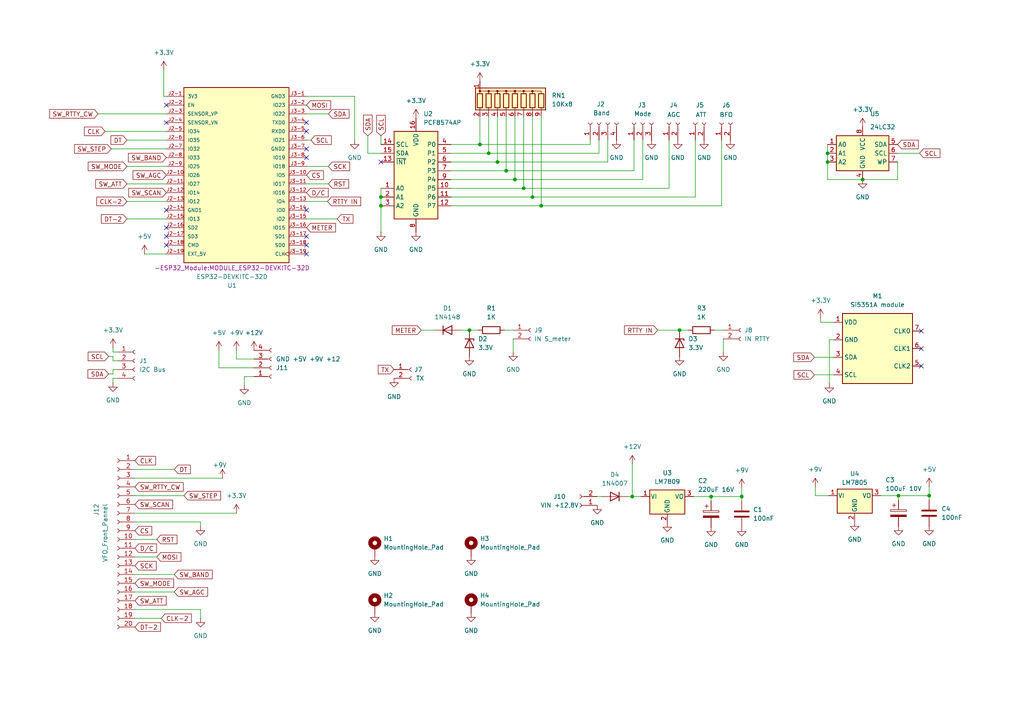
<source format=kicad_sch>
(kicad_sch (version 20250114) (generator "eeschema") (generator_version "9.0")
  (paper "A4")
  (lib_symbols
    (symbol "- ESP32_Module:ESP32-DEVKITC-32D" (pin_names (offset 1.016))
      (property "Reference" "U1" (at 0 33.02 0))
      (property "Value" "ESP32-DEVKITC-32D" (at 0 30.48 0))
      (property "Footprint" "Module_Added:MODULE_ESP32-DEVKITC-32D" (at 0 27.94 0))
      (symbol "ESP32-DEVKITC-32D_0_0"
        (pin input line (at -20.32 20.32 0) (length 5.08) (name "EN") (number "J2-2"))
        (pin input line (at -20.32 17.78 0) (length 5.08) (name "SENSOR_VP") (number "J2-3"))
        (pin input line (at -20.32 15.24 0) (length 5.08) (name "SENSOR_VN") (number "J2-4"))
        (pin bidirectional line (at -20.32 12.7 0) (length 5.08) (name "IO34") (number "J2-5"))
        (pin bidirectional line (at -20.32 10.16 0) (length 5.08) (name "IO35") (number "J2-6"))
        (pin bidirectional line (at -20.32 7.62 0) (length 5.08) (name "IO32") (number "J2-7"))
        (pin bidirectional line (at -20.32 5.08 0) (length 5.08) (name "IO33") (number "J2-8"))
        (pin bidirectional line (at -20.32 2.54 0) (length 5.08) (name "IO25") (number "J2-9"))
        (pin bidirectional line (at -20.32 0 0) (length 5.08) (name "IO26") (number "J2-10"))
        (pin bidirectional line (at -20.32 -2.54 0) (length 5.08) (name "IO27") (number "J2-11"))
        (pin bidirectional line (at -20.32 -5.08 0) (length 5.08) (name "IO14") (number "J2-12"))
        (pin bidirectional line (at -20.32 -7.62 0) (length 5.08) (name "IO12") (number "J2-13"))
        (pin power_in line (at -20.32 -10.16 0) (length 5.08) (name "GND1") (number "J2-14"))
        (pin bidirectional line (at -20.32 -12.7 0) (length 5.08) (name "IO13") (number "J2-15"))
        (pin bidirectional line (at -20.32 -15.24 0) (length 5.08) (name "SD2") (number "J2-16"))
        (pin bidirectional line (at -20.32 -17.78 0) (length 5.08) (name "SD3") (number "J2-17"))
        (pin bidirectional line (at -20.32 -20.32 0) (length 5.08) (name "CMD") (number "J2-18"))
        (pin power_in line (at -20.32 -22.86 0) (length 5.08) (name "EXT_5V") (number "J2-19"))
        (pin power_in line (at 20.32 22.86 180) (length 5.08) (name "GND3") (number "J3-1"))
        (pin bidirectional line (at 20.32 20.32 180) (length 5.08) (name "IO23") (number "J3-2"))
        (pin bidirectional line (at 20.32 17.78 180) (length 5.08) (name "IO22") (number "J3-3"))
        (pin output line (at 20.32 15.24 180) (length 5.08) (name "TXD0") (number "J3-4"))
        (pin input line (at 20.32 12.7 180) (length 5.08) (name "RXD0") (number "J3-5"))
        (pin bidirectional line (at 20.32 10.16 180) (length 5.08) (name "IO21") (number "J3-6"))
        (pin power_in line (at 20.32 7.62 180) (length 5.08) (name "GND2") (number "J3-7"))
        (pin bidirectional line (at 20.32 5.08 180) (length 5.08) (name "IO19") (number "J3-8"))
        (pin bidirectional line (at 20.32 2.54 180) (length 5.08) (name "IO18") (number "J3-9"))
        (pin bidirectional line (at 20.32 0 180) (length 5.08) (name "IO5") (number "J3-10"))
        (pin bidirectional line (at 20.32 -2.54 180) (length 5.08) (name "IO17") (number "J3-11"))
        (pin bidirectional line (at 20.32 -5.08 180) (length 5.08) (name "IO16") (number "J3-12"))
        (pin bidirectional line (at 20.32 -7.62 180) (length 5.08) (name "IO4") (number "J3-13"))
        (pin bidirectional line (at 20.32 -10.16 180) (length 5.08) (name "IO0") (number "J3-14"))
        (pin bidirectional line (at 20.32 -12.7 180) (length 5.08) (name "IO2") (number "J3-15"))
        (pin bidirectional line (at 20.32 -15.24 180) (length 5.08) (name "IO15") (number "J3-16"))
        (pin bidirectional line (at 20.32 -17.78 180) (length 5.08) (name "SD1") (number "J3-17"))
        (pin bidirectional line (at 20.32 -20.32 180) (length 5.08) (name "SD0") (number "J3-18"))
        (pin input clock (at 20.32 -22.86 180) (length 5.08) (name "CLK") (number "J3-19"))
      )
      (symbol "ESP32-DEVKITC-32D_1_0"
        (pin power_out line (at -20.32 22.86 0) (length 5.08) (name "3V3") (number "J2-1"))
      )
    )
    (symbol "- Periferial_Module:Si5351A module"
      (property "Reference" "M1" (at 0 15.24 0))
      (property "Value" "Si5351A module" (at 0 12.7 0))
      (symbol "Si5351A module_1_1"
        (pin power_in line (at -12.7 7.62 0) (length 2.54) (name "VDD") (number "1"))
        (pin power_in line (at -12.7 2.54 0) (length 2.54) (name "GND") (number "2"))
        (pin bidirectional line (at -12.7 -2.54 0) (length 2.54) (name "SDA") (number "3"))
        (pin bidirectional line (at -12.7 -7.62 0) (length 2.54) (name "SCL") (number "4"))
        (pin output line (at 12.7 5.08 180) (length 2.54) (name "CLK0") (number "7"))
        (pin output line (at 12.7 0 180) (length 2.54) (name "CLK1") (number "6"))
        (pin output line (at 12.7 -5.08 180) (length 2.54) (name "CLK2") (number "5"))
      )
    )
    (symbol "Connector:Conn_01x02_Socket" (pin_names (offset 1.016) (hide yes))
      (property "Reference" "J" (at 0 2.54 0))
      (property "Value" "Conn_01x02_Socket" (at 0 -5.08 0))
      (symbol "Conn_01x02_Socket_1_1"
        (pin passive line (at -5.08 0 0) (length 3.81) (name "Pin_1") (number "1"))
        (pin passive line (at -5.08 -2.54 0) (length 3.81) (name "Pin_2") (number "2"))
      )
    )
    (symbol "Connector:Conn_01x03_Socket" (pin_names (offset 1.016) (hide yes))
      (property "Reference" "J" (at 0 5.08 0))
      (property "Value" "Conn_01x03_Socket" (at 0 -5.08 0))
      (symbol "Conn_01x03_Socket_1_1"
        (pin passive line (at -5.08 2.54 0) (length 3.81) (name "Pin_1") (number "1"))
        (pin passive line (at -5.08 0 0) (length 3.81) (name "Pin_2") (number "2"))
        (pin passive line (at -5.08 -2.54 0) (length 3.81) (name "Pin_3") (number "3"))
      )
    )
    (symbol "Connector:Conn_01x04_Socket" (pin_names (offset 1.016) (hide yes))
      (property "Reference" "J" (at 0 5.08 0))
      (property "Value" "Conn_01x04_Socket" (at 0 -7.62 0))
      (symbol "Conn_01x04_Socket_1_1"
        (pin passive line (at -5.08 2.54 0) (length 3.81) (name "Pin_1") (number "1"))
        (pin passive line (at -5.08 0 0) (length 3.81) (name "Pin_2") (number "2"))
        (pin passive line (at -5.08 -2.54 0) (length 3.81) (name "Pin_3") (number "3"))
        (pin passive line (at -5.08 -5.08 0) (length 3.81) (name "Pin_4") (number "4"))
      )
    )
    (symbol "Connector:Conn_01x20_Socket" (pin_names (offset 1.016) (hide yes))
      (property "Reference" "J" (at 0 25.4 0))
      (property "Value" "Conn_01x20_Socket" (at 0 -27.94 0))
      (symbol "Conn_01x20_Socket_1_1"
        (pin passive line (at -5.08 22.86 0) (length 3.81) (name "Pin_1") (number "1"))
        (pin passive line (at -5.08 20.32 0) (length 3.81) (name "Pin_2") (number "2"))
        (pin passive line (at -5.08 17.78 0) (length 3.81) (name "Pin_3") (number "3"))
        (pin passive line (at -5.08 15.24 0) (length 3.81) (name "Pin_4") (number "4"))
        (pin passive line (at -5.08 12.7 0) (length 3.81) (name "Pin_5") (number "5"))
        (pin passive line (at -5.08 10.16 0) (length 3.81) (name "Pin_6") (number "6"))
        (pin passive line (at -5.08 7.62 0) (length 3.81) (name "Pin_7") (number "7"))
        (pin passive line (at -5.08 5.08 0) (length 3.81) (name "Pin_8") (number "8"))
        (pin passive line (at -5.08 2.54 0) (length 3.81) (name "Pin_9") (number "9"))
        (pin passive line (at -5.08 0 0) (length 3.81) (name "Pin_10") (number "10"))
        (pin passive line (at -5.08 -2.54 0) (length 3.81) (name "Pin_11") (number "11"))
        (pin passive line (at -5.08 -5.08 0) (length 3.81) (name "Pin_12") (number "12"))
        (pin passive line (at -5.08 -7.62 0) (length 3.81) (name "Pin_13") (number "13"))
        (pin passive line (at -5.08 -10.16 0) (length 3.81) (name "Pin_14") (number "14"))
        (pin passive line (at -5.08 -12.7 0) (length 3.81) (name "Pin_15") (number "15"))
        (pin passive line (at -5.08 -15.24 0) (length 3.81) (name "Pin_16") (number "16"))
        (pin passive line (at -5.08 -17.78 0) (length 3.81) (name "Pin_17") (number "17"))
        (pin passive line (at -5.08 -20.32 0) (length 3.81) (name "Pin_18") (number "18"))
        (pin passive line (at -5.08 -22.86 0) (length 3.81) (name "Pin_19") (number "19"))
        (pin passive line (at -5.08 -25.4 0) (length 3.81) (name "Pin_20") (number "20"))
      )
    )
    (symbol "Device:C" (pin_numbers (hide yes)) (pin_names (offset 0.254))
      (property "Reference" "C" (at 0.635 2.54 0))
      (property "Value" "C" (at 0.635 -2.54 0))
      (symbol "C_1_1"
        (pin passive line (at 0 3.81 270) (length 2.794) (name "~") (number "1"))
        (pin passive line (at 0 -3.81 90) (length 2.794) (name "~") (number "2"))
      )
    )
    (symbol "Device:C_Polarized" (pin_numbers (hide yes)) (pin_names (offset 0.254))
      (property "Reference" "C" (at 0.635 2.54 0))
      (property "Value" "C_Polarized" (at 0.635 -2.54 0))
      (symbol "C_Polarized_1_1"
        (pin passive line (at 0 3.81 270) (length 2.794) (name "~") (number "1"))
        (pin passive line (at 0 -3.81 90) (length 2.794) (name "~") (number "2"))
      )
    )
    (symbol "Device:R" (pin_numbers (hide yes)) (pin_names (offset 0))
      (property "Reference" "R" (at 2.032 0 90))
      (property "Value" "R" (at 0 0 90))
      (symbol "R_1_1"
        (pin passive line (at 0 3.81 270) (length 1.27) (name "~") (number "1"))
        (pin passive line (at 0 -3.81 90) (length 1.27) (name "~") (number "2"))
      )
    )
    (symbol "Device:R_Network08" (pin_names (offset 0) (hide yes))
      (property "Reference" "RN" (at -12.7 0 90))
      (property "Value" "R_Network08" (at 10.16 0 90))
      (symbol "R_Network08_1_1"
        (pin passive line (at -10.16 5.08 270) (length 2.54) (name "common") (number "1"))
        (pin passive line (at -10.16 -5.08 90) (length 1.27) (name "R1") (number "2"))
        (pin passive line (at -7.62 -5.08 90) (length 1.27) (name "R2") (number "3"))
        (pin passive line (at -5.08 -5.08 90) (length 1.27) (name "R3") (number "4"))
        (pin passive line (at -2.54 -5.08 90) (length 1.27) (name "R4") (number "5"))
        (pin passive line (at 0 -5.08 90) (length 1.27) (name "R5") (number "6"))
        (pin passive line (at 2.54 -5.08 90) (length 1.27) (name "R6") (number "7"))
        (pin passive line (at 5.08 -5.08 90) (length 1.27) (name "R7") (number "8"))
        (pin passive line (at 7.62 -5.08 90) (length 1.27) (name "R8") (number "9"))
      )
    )
    (symbol "Diode:1N4007" (pin_numbers (hide yes)) (pin_names (hide yes))
      (property "Reference" "D" (at 0 2.54 0))
      (property "Value" "1N4007" (at 0 -2.54 0))
      (symbol "1N4007_1_1"
        (pin passive line (at -3.81 0 0) (length 2.54) (name "K") (number "1"))
        (pin passive line (at 3.81 0 180) (length 2.54) (name "A") (number "2"))
      )
    )
    (symbol "Diode:1N4148" (pin_numbers (hide yes)) (pin_names (hide yes))
      (property "Reference" "D" (at 0 2.54 0))
      (property "Value" "1N4148" (at 0 -2.54 0))
      (symbol "1N4148_1_1"
        (pin passive line (at -3.81 0 0) (length 2.54) (name "K") (number "1"))
        (pin passive line (at 3.81 0 180) (length 2.54) (name "A") (number "2"))
      )
    )
    (symbol "Diode:DZ2S033X0L" (pin_numbers (hide yes)) (pin_names (hide yes))
      (property "Reference" "D" (at 0 2.54 0))
      (property "Value" "DZ2S033X0L" (at 0 -2.54 0))
      (symbol "DZ2S033X0L_1_1"
        (pin passive line (at -3.81 0 0) (length 2.54) (name "K") (number "1"))
        (pin passive line (at 3.81 0 180) (length 2.54) (name "A") (number "2"))
      )
    )
    (symbol "Interface_Expansion:PCF8574AP"
      (property "Reference" "U" (at -6.35 12.954 0))
      (property "Value" "PCF8574AP" (at 3.048 12.954 0))
      (symbol "PCF8574AP_1_1"
        (pin input line (at -10.16 7.62 0) (length 3.81) (name "SCL") (number "14"))
        (pin bidirectional line (at -10.16 5.08 0) (length 3.81) (name "SDA") (number "15"))
        (pin open_collector line (at -10.16 2.54 0) (length 3.81) (name "~{INT}") (number "13"))
        (pin input line (at -10.16 -5.08 0) (length 3.81) (name "A0") (number "1"))
        (pin input line (at -10.16 -7.62 0) (length 3.81) (name "A1") (number "2"))
        (pin input line (at -10.16 -10.16 0) (length 3.81) (name "A2") (number "3"))
        (pin power_in line (at 0 15.24 270) (length 3.81) (name "VDD") (number "16"))
        (pin power_in line (at 0 -17.78 90) (length 3.81) (name "GND") (number "8"))
        (pin bidirectional line (at 10.16 7.62 180) (length 3.81) (name "P0") (number "4"))
        (pin bidirectional line (at 10.16 5.08 180) (length 3.81) (name "P1") (number "5"))
        (pin bidirectional line (at 10.16 2.54 180) (length 3.81) (name "P2") (number "6"))
        (pin bidirectional line (at 10.16 0 180) (length 3.81) (name "P3") (number "7"))
        (pin bidirectional line (at 10.16 -2.54 180) (length 3.81) (name "P4") (number "9"))
        (pin bidirectional line (at 10.16 -5.08 180) (length 3.81) (name "P5") (number "10"))
        (pin bidirectional line (at 10.16 -7.62 180) (length 3.81) (name "P6") (number "11"))
        (pin bidirectional line (at 10.16 -10.16 180) (length 3.81) (name "P7") (number "12"))
      )
    )
    (symbol "Mechanical:MountingHole_Pad" (pin_numbers (hide yes)) (pin_names (offset 1.016) (hide yes)) (exclude_from_sim yes) (in_bom no)
      (property "Reference" "H" (at 0 6.35 0))
      (property "Value" "MountingHole_Pad" (at 0 4.445 0))
      (symbol "MountingHole_Pad_1_1"
        (pin input line (at 0 -2.54 90) (length 2.54) (name "1") (number "1"))
      )
    )
    (symbol "Memory_EEPROM:24LC32"
      (property "Reference" "U" (at -6.35 6.35 0))
      (property "Value" "24LC32" (at 1.27 6.35 0))
      (symbol "24LC32_1_1"
        (pin input line (at -10.16 2.54 0) (length 2.54) (name "A0") (number "1"))
        (pin input line (at -10.16 0 0) (length 2.54) (name "A1") (number "2"))
        (pin input line (at -10.16 -2.54 0) (length 2.54) (name "A2") (number "3"))
        (pin power_in line (at 0 7.62 270) (length 2.54) (name "VCC") (number "8"))
        (pin power_in line (at 0 -7.62 90) (length 2.54) (name "GND") (number "4"))
        (pin bidirectional line (at 10.16 2.54 180) (length 2.54) (name "SDA") (number "5"))
        (pin input line (at 10.16 0 180) (length 2.54) (name "SCL") (number "6"))
        (pin input line (at 10.16 -2.54 180) (length 2.54) (name "WP") (number "7"))
      )
    )
    (symbol "Regulator_Linear:LM7805_TO220" (pin_names (offset 0.254))
      (property "Reference" "U" (at -3.81 3.175 0))
      (property "Value" "LM7805_TO220" (at 0 3.175 0))
      (symbol "LM7805_TO220_1_1"
        (pin power_in line (at -7.62 0 0) (length 2.54) (name "VI") (number "1"))
        (pin power_in line (at 0 -7.62 90) (length 2.54) (name "GND") (number "2"))
        (pin power_out line (at 7.62 0 180) (length 2.54) (name "VO") (number "3"))
      )
    )
    (symbol "Regulator_Linear:LM7809_TO220" (pin_names (offset 0.254))
      (property "Reference" "U" (at -3.81 3.175 0))
      (property "Value" "LM7809_TO220" (at 0 3.175 0))
      (symbol "LM7809_TO220_1_1"
        (pin power_in line (at -7.62 0 0) (length 2.54) (name "VI") (number "1"))
        (pin power_in line (at 0 -7.62 90) (length 2.54) (name "GND") (number "2"))
        (pin power_out line (at 7.62 0 180) (length 2.54) (name "VO") (number "3"))
      )
    )
    (symbol "power:+12V" (power) (pin_numbers (hide yes)) (pin_names (offset 0) (hide yes))
      (property "Value" "+12V" (at 0 3.556 0))
      (symbol "+12V_1_1"
        (pin power_in line (at 0 0 90) (length 0) (name "~") (number "1"))
      )
    )
    (symbol "power:+3.3V" (power) (pin_numbers (hide yes)) (pin_names (offset 0) (hide yes))
      (property "Value" "+3.3V" (at 0 3.556 0))
      (symbol "+3.3V_1_1"
        (pin power_in line (at 0 0 90) (length 0) (name "~") (number "1"))
      )
    )
    (symbol "power:+5V" (power) (pin_numbers (hide yes)) (pin_names (offset 0) (hide yes))
      (property "Value" "+5V" (at 0 3.556 0))
      (symbol "+5V_1_1"
        (pin power_in line (at 0 0 90) (length 0) (name "~") (number "1"))
      )
    )
    (symbol "power:+9V" (power) (pin_numbers (hide yes)) (pin_names (offset 0) (hide yes))
      (property "Value" "+9V" (at 0 3.556 0))
      (symbol "+9V_1_1"
        (pin power_in line (at 0 0 90) (length 0) (name "~") (number "1"))
      )
    )
    (symbol "power:GND" (power) (pin_numbers (hide yes)) (pin_names (offset 0) (hide yes))
      (property "Value" "GND" (at 0 -3.81 0))
      (symbol "GND_1_1"
        (pin power_in line (at 0 0 270) (length 0) (name "~") (number "1"))
      )
    )
  )
  (junction (at 215.138 144.018))
  (junction (at 136.144 95.758))
  (junction (at 144.272 46.99))
  (junction (at 206.248 144.018))
  (junction (at 110.49 57.15))
  (junction (at 146.812 49.53))
  (junction (at 110.49 59.69))
  (junction (at 240.03 44.45))
  (junction (at 250.19 52.07))
  (junction (at 260.604 143.764))
  (junction (at 149.352 52.07))
  (junction (at 141.732 44.45))
  (junction (at 139.192 41.91))
  (junction (at 269.494 143.764))
  (junction (at 240.03 46.99))
  (junction (at 183.388 144.018))
  (junction (at 156.972 59.69))
  (junction (at 197.104 95.758))
  (junction (at 151.892 54.61))
  (junction (at 154.432 57.15))
  (no_connect (at 88.9 71.12))
  (no_connect (at 88.9 73.66))
  (no_connect (at 88.9 45.72))
  (no_connect (at 110.49 46.99))
  (no_connect (at 48.26 71.12))
  (no_connect (at 48.26 66.04))
  (no_connect (at 48.26 68.58))
  (no_connect (at 88.9 35.56))
  (no_connect (at 88.9 60.96))
  (no_connect (at 267.208 106.172))
  (no_connect (at 88.9 38.1))
  (no_connect (at 88.9 68.58))
  (no_connect (at 48.26 60.96))
  (no_connect (at 267.208 96.012))
  (no_connect (at 48.26 35.56))
  (no_connect (at 48.26 30.48))
  (no_connect (at 88.9 43.18))
  (no_connect (at 267.208 101.092))
  (no_connect (at 331.47 -77.47))
  (wire (pts (xy 88.9 48.26) (xy 95.25 48.26)))
  (wire (pts (xy 144.272 46.99) (xy 176.276 46.99)))
  (wire (pts (xy 63.5 106.68) (xy 73.66 106.68)))
  (wire (pts (xy 63.5 101.6) (xy 63.5 106.68)))
  (wire (pts (xy 156.972 33.782) (xy 156.972 59.69)))
  (wire (pts (xy 45.466 156.464) (xy 39.116 156.464)))
  (wire (pts (xy 209.296 59.69) (xy 209.296 40.64)))
  (wire (pts (xy 110.49 57.15) (xy 110.49 59.69)))
  (wire (pts (xy 183.896 49.53) (xy 183.896 40.64)))
  (wire (pts (xy 136.144 95.758) (xy 138.684 95.758)))
  (wire (pts (xy 32.766 107.188) (xy 34.036 107.188)))
  (wire (pts (xy 88.9 53.34) (xy 95.25 53.34)))
  (wire (pts (xy 260.35 44.45) (xy 266.7 44.45)))
  (wire (pts (xy 34.036 102.108) (xy 32.766 102.108)))
  (wire (pts (xy 28.448 33.02) (xy 48.26 33.02)))
  (wire (pts (xy 32.766 109.728) (xy 32.766 110.998)))
  (wire (pts (xy 209.804 98.298) (xy 209.804 102.108)))
  (wire (pts (xy 269.494 145.034) (xy 269.494 143.764)))
  (wire (pts (xy 50.546 136.144) (xy 39.116 136.144)))
  (wire (pts (xy 70.866 109.22) (xy 73.66 109.22)))
  (wire (pts (xy 260.604 143.764) (xy 255.524 143.764)))
  (wire (pts (xy 68.58 148.844) (xy 39.116 148.844)))
  (wire (pts (xy 30.48 38.1) (xy 48.26 38.1)))
  (wire (pts (xy 36.83 53.34) (xy 48.26 53.34)))
  (wire (pts (xy 149.352 33.782) (xy 149.352 52.07)))
  (wire (pts (xy 156.972 59.69) (xy 209.296 59.69)))
  (wire (pts (xy 130.81 44.45) (xy 141.732 44.45)))
  (wire (pts (xy 144.272 33.782) (xy 144.272 46.99)))
  (wire (pts (xy 45.466 161.544) (xy 39.116 161.544)))
  (wire (pts (xy 106.68 39.37) (xy 106.68 44.45)))
  (wire (pts (xy 97.79 63.5) (xy 88.9 63.5)))
  (wire (pts (xy 240.03 52.07) (xy 250.19 52.07)))
  (wire (pts (xy 141.732 33.782) (xy 141.732 44.45)))
  (wire (pts (xy 148.844 98.298) (xy 148.844 102.108)))
  (wire (pts (xy 130.81 59.69) (xy 156.972 59.69)))
  (wire (pts (xy 122.174 95.758) (xy 125.984 95.758)))
  (wire (pts (xy 95.25 33.02) (xy 88.9 33.02)))
  (wire (pts (xy 102.87 27.94) (xy 102.87 40.64)))
  (wire (pts (xy 47.498 20.32) (xy 47.498 27.94)))
  (wire (pts (xy 130.81 52.07) (xy 149.352 52.07)))
  (wire (pts (xy 241.808 98.552) (xy 240.538 98.552)))
  (wire (pts (xy 130.81 54.61) (xy 151.892 54.61)))
  (wire (pts (xy 32.766 102.108) (xy 32.766 100.838)))
  (wire (pts (xy 146.812 33.782) (xy 146.812 49.53)))
  (wire (pts (xy 237.998 92.202) (xy 237.998 93.472)))
  (wire (pts (xy 88.9 40.64) (xy 90.17 40.64)))
  (wire (pts (xy 215.138 141.478) (xy 215.138 144.018)))
  (wire (pts (xy 269.494 141.224) (xy 269.494 143.764)))
  (wire (pts (xy 58.166 151.384) (xy 58.166 152.654)))
  (wire (pts (xy 236.22 103.632) (xy 241.808 103.632)))
  (wire (pts (xy 240.03 41.91) (xy 240.03 44.45)))
  (wire (pts (xy 139.192 41.91) (xy 171.196 41.91)))
  (wire (pts (xy 64.516 138.684) (xy 39.116 138.684)))
  (wire (pts (xy 41.91 73.66) (xy 48.26 73.66)))
  (wire (pts (xy 237.998 93.472) (xy 241.808 93.472)))
  (wire (pts (xy 32.766 108.458) (xy 32.766 107.188)))
  (wire (pts (xy 151.892 33.782) (xy 151.892 54.61)))
  (wire (pts (xy 173.228 144.018) (xy 174.498 144.018)))
  (wire (pts (xy 53.34 143.764) (xy 39.116 143.764)))
  (wire (pts (xy 141.732 44.45) (xy 173.736 44.45)))
  (wire (pts (xy 151.892 54.61) (xy 194.056 54.61)))
  (wire (pts (xy 46.736 179.324) (xy 39.116 179.324)))
  (wire (pts (xy 36.83 40.64) (xy 48.26 40.64)))
  (wire (pts (xy 36.83 48.26) (xy 48.26 48.26)))
  (wire (pts (xy 88.9 27.94) (xy 102.87 27.94)))
  (wire (pts (xy 50.546 166.624) (xy 39.116 166.624)))
  (wire (pts (xy 32.258 43.18) (xy 48.26 43.18)))
  (wire (pts (xy 260.35 46.99) (xy 260.35 52.07)))
  (wire (pts (xy 260.604 143.764) (xy 260.604 145.034)))
  (wire (pts (xy 240.03 46.99) (xy 240.03 52.07)))
  (wire (pts (xy 146.304 95.758) (xy 148.844 95.758)))
  (wire (pts (xy 236.22 108.712) (xy 241.808 108.712)))
  (wire (pts (xy 183.388 144.018) (xy 182.118 144.018)))
  (wire (pts (xy 139.192 33.782) (xy 139.192 41.91)))
  (wire (pts (xy 207.264 95.758) (xy 209.804 95.758)))
  (wire (pts (xy 154.432 57.15) (xy 201.676 57.15)))
  (wire (pts (xy 110.49 54.61) (xy 110.49 57.15)))
  (wire (pts (xy 68.58 104.14) (xy 73.66 104.14)))
  (wire (pts (xy 194.056 54.61) (xy 194.056 40.64)))
  (wire (pts (xy 197.104 95.758) (xy 199.644 95.758)))
  (wire (pts (xy 31.496 103.378) (xy 32.766 103.378)))
  (wire (pts (xy 171.196 41.91) (xy 171.196 40.64)))
  (wire (pts (xy 110.49 59.69) (xy 110.49 67.31)))
  (wire (pts (xy 58.166 176.784) (xy 58.166 179.324)))
  (wire (pts (xy 88.9 58.42) (xy 94.996 58.42)))
  (wire (pts (xy 68.58 101.6) (xy 68.58 104.14)))
  (wire (pts (xy 130.81 49.53) (xy 146.812 49.53)))
  (wire (pts (xy 183.388 134.62) (xy 183.388 144.018)))
  (wire (pts (xy 260.35 52.07) (xy 250.19 52.07)))
  (wire (pts (xy 50.546 171.704) (xy 39.116 171.704)))
  (wire (pts (xy 215.138 144.018) (xy 206.248 144.018)))
  (wire (pts (xy 206.248 144.018) (xy 201.168 144.018)))
  (wire (pts (xy 130.81 41.91) (xy 139.192 41.91)))
  (wire (pts (xy 146.812 49.53) (xy 183.896 49.53)))
  (wire (pts (xy 173.736 44.45) (xy 173.736 40.64)))
  (wire (pts (xy 36.83 58.42) (xy 48.26 58.42)))
  (wire (pts (xy 185.928 144.018) (xy 183.388 144.018)))
  (wire (pts (xy 206.248 144.018) (xy 206.248 145.288)))
  (wire (pts (xy 215.138 145.288) (xy 215.138 144.018)))
  (wire (pts (xy 34.036 109.728) (xy 32.766 109.728)))
  (wire (pts (xy 269.494 143.764) (xy 260.604 143.764)))
  (wire (pts (xy 39.116 151.384) (xy 58.166 151.384)))
  (wire (pts (xy 186.436 52.07) (xy 186.436 40.64)))
  (wire (pts (xy 130.81 46.99) (xy 144.272 46.99)))
  (wire (pts (xy 70.866 109.22) (xy 70.866 111.76)))
  (wire (pts (xy 240.538 98.552) (xy 240.538 111.252)))
  (wire (pts (xy 240.03 44.45) (xy 240.03 46.99)))
  (wire (pts (xy 110.49 39.37) (xy 110.49 41.91)))
  (wire (pts (xy 47.498 27.94) (xy 48.26 27.94)))
  (wire (pts (xy 39.116 176.784) (xy 58.166 176.784)))
  (wire (pts (xy 36.83 63.5) (xy 48.26 63.5)))
  (wire (pts (xy 149.352 52.07) (xy 186.436 52.07)))
  (wire (pts (xy 130.81 57.15) (xy 154.432 57.15)))
  (wire (pts (xy 32.766 103.378) (xy 32.766 104.648)))
  (wire (pts (xy 176.276 46.99) (xy 176.276 40.64)))
  (wire (pts (xy 154.432 33.782) (xy 154.432 57.15)))
  (wire (pts (xy 106.68 44.45) (xy 110.49 44.45)))
  (wire (pts (xy 31.496 108.458) (xy 32.766 108.458)))
  (wire (pts (xy 133.604 95.758) (xy 136.144 95.758)))
  (wire (pts (xy 201.676 57.15) (xy 201.676 40.64)))
  (wire (pts (xy 236.474 141.224) (xy 236.474 143.764)))
  (wire (pts (xy 190.754 95.758) (xy 197.104 95.758)))
  (wire (pts (xy 236.474 143.764) (xy 240.284 143.764)))
  (wire (pts (xy 32.766 104.648) (xy 34.036 104.648)))
  (global_label "RST" (shape input) (at 95.25 53.34 0) (property "Intersheetrefs" "${INTERSHEET_REFS}" (effects (hide yes))))
  (global_label "SCK" (shape input) (at 39.116 164.084 0) (property "Intersheetrefs" "${INTERSHEET_REFS}" (effects (hide yes))))
  (global_label "SW_RTTY_CW" (shape input) (at 39.116 141.224 0) (property "Intersheetrefs" "${INTERSHEET_REFS}" (effects (hide yes))))
  (global_label "SDA" (shape input) (at 236.22 103.632 180) (property "Intersheetrefs" "${INTERSHEET_REFS}" (effects (hide yes))))
  (global_label "CLK-2" (shape input) (at 36.83 58.42 180) (property "Intersheetrefs" "${INTERSHEET_REFS}" (effects (hide yes))))
  (global_label "D{slash}C" (shape input) (at 88.9 55.88 0) (property "Intersheetrefs" "${INTERSHEET_REFS}" (effects (hide yes))))
  (global_label "CLK" (shape input) (at 39.116 133.604 0) (property "Intersheetrefs" "${INTERSHEET_REFS}" (effects (hide yes))))
  (global_label "SW_STEP" (shape input) (at 53.34 143.764 0) (property "Intersheetrefs" "${INTERSHEET_REFS}" (effects (hide yes))))
  (global_label "SW_RTTY_CW" (shape input) (at 28.448 33.02 180) (property "Intersheetrefs" "${INTERSHEET_REFS}" (effects (hide yes))))
  (global_label "MOSI" (shape input) (at 88.9 30.48 0) (property "Intersheetrefs" "${INTERSHEET_REFS}" (effects (hide yes))))
  (global_label "SDA" (shape input) (at 260.35 41.91 0) (property "Intersheetrefs" "${INTERSHEET_REFS}" (effects (hide yes))))
  (global_label "DT" (shape input) (at 36.83 40.64 180) (property "Intersheetrefs" "${INTERSHEET_REFS}" (effects (hide yes))))
  (global_label "SW_BAND" (shape input) (at 48.26 45.72 180) (property "Intersheetrefs" "${INTERSHEET_REFS}" (effects (hide yes))))
  (global_label "SDA" (shape input) (at 95.25 33.02 0) (property "Intersheetrefs" "${INTERSHEET_REFS}" (effects (hide yes))))
  (global_label "RTTY IN" (shape input) (at 190.754 95.758 180) (property "Intersheetrefs" "${INTERSHEET_REFS}" (effects (hide yes))))
  (global_label "SCK" (shape input) (at 95.25 48.26 0) (property "Intersheetrefs" "${INTERSHEET_REFS}" (effects (hide yes))))
  (global_label "CLK-2" (shape input) (at 46.736 179.324 0) (property "Intersheetrefs" "${INTERSHEET_REFS}" (effects (hide yes))))
  (global_label "MOSI" (shape input) (at 45.466 161.544 0) (property "Intersheetrefs" "${INTERSHEET_REFS}" (effects (hide yes))))
  (global_label "SCL" (shape input) (at 236.22 108.712 180) (property "Intersheetrefs" "${INTERSHEET_REFS}" (effects (hide yes))))
  (global_label "SCL" (shape input) (at 90.17 40.64 0) (property "Intersheetrefs" "${INTERSHEET_REFS}" (effects (hide yes))))
  (global_label "SW_MODE" (shape input) (at 36.83 48.26 180) (property "Intersheetrefs" "${INTERSHEET_REFS}" (effects (hide yes))))
  (global_label "RST" (shape input) (at 45.466 156.464 0) (property "Intersheetrefs" "${INTERSHEET_REFS}" (effects (hide yes))))
  (global_label "SW_ATT" (shape input) (at 39.116 174.244 0) (property "Intersheetrefs" "${INTERSHEET_REFS}" (effects (hide yes))))
  (global_label "RTTY IN" (shape input) (at 94.996 58.42 0) (property "Intersheetrefs" "${INTERSHEET_REFS}" (effects (hide yes))))
  (global_label "CS" (shape input) (at 88.9 50.8 0) (property "Intersheetrefs" "${INTERSHEET_REFS}" (effects (hide yes))))
  (global_label "CLK" (shape input) (at 30.48 38.1 180) (property "Intersheetrefs" "${INTERSHEET_REFS}" (effects (hide yes))))
  (global_label "D{slash}C" (shape input) (at 39.116 159.004 0) (property "Intersheetrefs" "${INTERSHEET_REFS}" (effects (hide yes))))
  (global_label "SW_SCAN" (shape input) (at 39.116 146.304 0) (property "Intersheetrefs" "${INTERSHEET_REFS}" (effects (hide yes))))
  (global_label "DT-2" (shape input) (at 36.83 63.5 180) (property "Intersheetrefs" "${INTERSHEET_REFS}" (effects (hide yes))))
  (global_label "SCL" (shape input) (at 31.496 103.378 180) (property "Intersheetrefs" "${INTERSHEET_REFS}" (effects (hide yes))))
  (global_label "SW_ATT" (shape input) (at 36.83 53.34 180) (property "Intersheetrefs" "${INTERSHEET_REFS}" (effects (hide yes))))
  (global_label "SCL" (shape input) (at 266.7 44.45 0) (property "Intersheetrefs" "${INTERSHEET_REFS}" (effects (hide yes))))
  (global_label "TX" (shape input) (at 114.3 107.188 180) (property "Intersheetrefs" "${INTERSHEET_REFS}" (effects (hide yes))))
  (global_label "SW_STEP" (shape input) (at 32.258 43.18 180) (property "Intersheetrefs" "${INTERSHEET_REFS}" (effects (hide yes))))
  (global_label "SDA" (shape input) (at 106.68 39.37 90) (property "Intersheetrefs" "${INTERSHEET_REFS}" (effects (hide yes))))
  (global_label "SCL" (shape input) (at 110.49 39.37 90) (property "Intersheetrefs" "${INTERSHEET_REFS}" (effects (hide yes))))
  (global_label "CS" (shape input) (at 39.116 153.924 0) (property "Intersheetrefs" "${INTERSHEET_REFS}" (effects (hide yes))))
  (global_label "SDA" (shape input) (at 31.496 108.458 180) (property "Intersheetrefs" "${INTERSHEET_REFS}" (effects (hide yes))))
  (global_label "SW_BAND" (shape input) (at 50.546 166.624 0) (property "Intersheetrefs" "${INTERSHEET_REFS}" (effects (hide yes))))
  (global_label "SW_SCAN" (shape input) (at 48.26 55.88 180) (property "Intersheetrefs" "${INTERSHEET_REFS}" (effects (hide yes))))
  (global_label "TX" (shape input) (at 97.79 63.5 0) (property "Intersheetrefs" "${INTERSHEET_REFS}" (effects (hide yes))))
  (global_label "SW_AGC" (shape input) (at 50.546 171.704 0) (property "Intersheetrefs" "${INTERSHEET_REFS}" (effects (hide yes))))
  (global_label "METER" (shape input) (at 122.174 95.758 180) (property "Intersheetrefs" "${INTERSHEET_REFS}" (effects (hide yes))))
  (global_label "SW_AGC" (shape input) (at 48.26 50.8 180) (property "Intersheetrefs" "${INTERSHEET_REFS}" (effects (hide yes))))
  (global_label "SW_MODE" (shape input) (at 39.116 169.164 0) (property "Intersheetrefs" "${INTERSHEET_REFS}" (effects (hide yes))))
  (global_label "DT" (shape input) (at 50.546 136.144 0) (property "Intersheetrefs" "${INTERSHEET_REFS}" (effects (hide yes))))
  (global_label "METER" (shape input) (at 88.9 66.04 0) (property "Intersheetrefs" "${INTERSHEET_REFS}" (effects (hide yes))))
  (global_label "DT-2" (shape input) (at 39.116 181.864 0) (property "Intersheetrefs" "${INTERSHEET_REFS}" (effects (hide yes))))
  (symbol (lib_id "Device:R_Network08") (at 149.352 28.702 0) (unit 1)
    (property "Reference" "RN1" (at 160.02 27.6859 0) (effects (justify left)))
    (property "Value" "10Kx8" (at 160.02 30.2259 0) (effects (justify left)))
    (property "Footprint" "Resistor_THT:R_Array_SIP9" (effects (hide yes)))
    (property "Datasheet" "http://www.vishay.com/docs/31509/csc.pdf" (effects (hide yes)))
    (property "Description" "8 resistor network, star topology, bussed resistors, small symbol" (effects (hide yes)))
  )
  (symbol (lib_id "power:+3.3V") (at 139.192 23.622 0) (unit 1)
    (property "Reference" "#PWR021" (effects (hide yes)))
    (property "Value" "+3.3V" (at 139.192 18.542 0))
    (property "Description" "Power symbol creates a global label with name \"+3.3V\"" (effects (hide yes)))
  )
  (symbol (lib_id "power:GND") (at 108.712 161.29 0) (unit 1)
    (property "Reference" "#PWR015" (effects (hide yes)))
    (property "Value" "GND" (at 108.712 166.37 0))
    (property "Description" "Power symbol creates a global label with name \"GND\" , ground" (effects (hide yes)))
  )
  (symbol (lib_id "power:+3.3V") (at 68.58 148.844 0) (mirror y) (unit 1)
    (property "Reference" "#PWR06" (effects (hide yes)))
    (property "Value" "+3.3V" (at 68.58 143.764 0))
    (property "Description" "Power symbol creates a global label with name \"+3.3V\"" (effects (hide yes)))
  )
  (symbol (lib_id "Memory_EEPROM:24LC32") (at 250.19 44.45 0) (unit 1)
    (property "Reference" "U5" (at 252.3333 33.02 0) (effects (justify left)))
    (property "Value" "24LC32" (at 252.3333 36.83 0) (effects (justify left)))
    (property "Footprint" "Package_DIP:DIP-8_W7.62mm" (effects (hide yes)))
    (property "Datasheet" "http://ww1.microchip.com/downloads/en/DeviceDoc/21072G.pdf" (effects (hide yes)))
    (property "Description" "I2C Serial EEPROM, 32Kb, DIP-8/SOIC-8/TSSOP-8/DFN-8" (effects (hide yes)))
  )
  (symbol (lib_id "power:GND") (at 148.844 102.108 0) (unit 1)
    (property "Reference" "#PWR013" (effects (hide yes)))
    (property "Value" "GND" (at 148.844 107.188 0))
    (property "Description" "Power symbol creates a global label with name \"GND\" , ground" (effects (hide yes)))
  )
  (symbol (lib_id "power:GND") (at 196.596 40.64 0) (unit 1)
    (property "Reference" "#PWR029" (effects (hide yes)))
    (property "Value" "GND" (at 196.596 45.72 0))
    (property "Description" "Power symbol creates a global label with name \"GND\" , ground" (effects (hide yes)))
  )
  (symbol (lib_id "power:GND") (at 136.652 161.29 0) (unit 1)
    (property "Reference" "#PWR022" (effects (hide yes)))
    (property "Value" "GND" (at 136.652 166.37 0))
    (property "Description" "Power symbol creates a global label with name \"GND\" , ground" (effects (hide yes)))
  )
  (symbol (lib_id "power:GND") (at 209.804 102.108 0) (unit 1)
    (property "Reference" "#PWR024" (effects (hide yes)))
    (property "Value" "GND" (at 209.804 107.188 0))
    (property "Description" "Power symbol creates a global label with name \"GND\" , ground" (effects (hide yes)))
  )
  (symbol (lib_id "Connector:Conn_01x04_Socket") (at 39.116 104.648 0) (unit 1)
    (property "Reference" "J1" (at 40.386 104.6479 0) (effects (justify left)))
    (property "Value" "I2C Bus" (at 40.386 107.1879 0) (effects (justify left)))
    (property "Footprint" "Connector_JST:JST_EH_B4B-EH-A_1x04_P2.50mm_Vertical" (effects (hide yes)))
    (property "Description" "Generic connector, single row, 01x04, script generated" (effects (hide yes)))
  )
  (symbol (lib_id "Connector:Conn_01x04_Socket") (at 78.74 106.68 0) (mirror x) (unit 1)
    (property "Reference" "J11" (at 80.01 106.6801 0) (effects (justify left)))
    (property "Value" "GND +5V +9V +12" (at 80.01 104.1401 0) (effects (justify left)))
    (property "Footprint" "Connector_JST:JST_EH_B4B-EH-A_1x04_P2.50mm_Vertical" (effects (hide yes)))
    (property "Description" "Generic connector, single row, 01x04, script generated" (effects (hide yes)))
  )
  (symbol (lib_id "power:+5V") (at 269.494 141.224 0) (unit 1)
    (property "Reference" "#PWR042" (effects (hide yes)))
    (property "Value" "+5V" (at 269.494 136.144 0))
    (property "Description" "Power symbol creates a global label with name \"+5V\"" (effects (hide yes)))
  )
  (symbol (lib_id "power:GND") (at 247.904 151.384 0) (unit 1)
    (property "Reference" "#PWR035" (effects (hide yes)))
    (property "Value" "GND" (at 247.904 156.464 0))
    (property "Description" "Power symbol creates a global label with name \"GND\" , ground" (effects (hide yes)))
  )
  (symbol (lib_id "- ESP32_Module:ESP32-DEVKITC-32D") (at 68.58 50.8 0) (unit 1)
    (property "Reference" "U1" (at 67.31 82.804 0))
    (property "Value" "ESP32-DEVKITC-32D" (at 67.31 80.264 0))
    (property "Footprint" "-ESP32_Module:MODULE_ESP32-DEVKITC-32D" (at 67.31 77.724 0))
    (property "PARTREV" "V4" (effects (hide yes)))
    (property "STANDARD" "Manufacturer Recommendations" (effects (hide yes)))
    (property "SNAPEDA_PN" "ESP32-DEVKITC-32D" (effects (hide yes)))
    (property "MAXIMUM_PACKAGE_HEIGHT" "N/A" (effects (hide yes)))
    (property "MANUFACTURER" "Espressif Systems" (effects (hide yes)))
  )
  (symbol (lib_id "power:+3.3V") (at 32.766 100.838 0) (unit 1)
    (property "Reference" "#PWR01" (effects (hide yes)))
    (property "Value" "+3.3V" (at 32.766 95.758 0))
    (property "Description" "Power symbol creates a global label with name \"+3.3V\"" (effects (hide yes)))
  )
  (symbol (lib_id "power:GND") (at 136.144 103.378 0) (unit 1)
    (property "Reference" "#PWR08" (effects (hide yes)))
    (property "Value" "GND" (at 136.144 108.458 0))
    (property "Description" "Power symbol creates a global label with name \"GND\" , ground" (effects (hide yes)))
  )
  (symbol (lib_id "Connector:Conn_01x20_Socket") (at 34.036 156.464 0) (mirror y) (unit 1)
    (property "Reference" "J12" (at 27.94 146.05 90) (effects (justify right)))
    (property "Value" "VFO_Front_Pannel" (at 30.48 146.05 90) (effects (justify right)))
    (property "Footprint" "Connector_PinHeader_2.54mm:PinHeader_1x20_P2.54mm_Vertical" (effects (hide yes)))
    (property "Description" "Generic connector, single row, 01x20, script generated" (effects (hide yes)))
  )
  (symbol (lib_id "power:GND") (at 197.104 103.378 0) (unit 1)
    (property "Reference" "#PWR020" (effects (hide yes)))
    (property "Value" "GND" (at 197.104 108.458 0))
    (property "Description" "Power symbol creates a global label with name \"GND\" , ground" (effects (hide yes)))
  )
  (symbol (lib_id "power:GND") (at 102.87 40.64 0) (unit 1)
    (property "Reference" "#PWR014" (effects (hide yes)))
    (property "Value" "GND" (at 102.87 45.72 0))
    (property "Description" "Power symbol creates a global label with name \"GND\" , ground" (effects (hide yes)))
  )
  (symbol (lib_id "power:GND") (at 58.166 179.324 0) (mirror y) (unit 1)
    (property "Reference" "#PWR09" (effects (hide yes)))
    (property "Value" "GND" (at 58.166 184.404 0))
    (property "Description" "Power symbol creates a global label with name \"GND\" , ground" (effects (hide yes)))
  )
  (symbol (lib_id "power:GND") (at 120.65 67.31 0) (unit 1)
    (property "Reference" "#PWR019" (effects (hide yes)))
    (property "Value" "GND" (at 120.65 72.39 0))
    (property "Description" "Power symbol creates a global label with name \"GND\" , ground" (effects (hide yes)))
  )
  (symbol (lib_id "Device:R") (at 203.454 95.758 90) (unit 1)
    (property "Reference" "R3" (at 203.454 89.408 90))
    (property "Value" "1K" (at 203.454 91.948 90))
    (property "Footprint" "Resistor_THT:R_Axial_DIN0207_L6.3mm_D2.5mm_P10.16mm_Horizontal" (effects (hide yes)))
    (property "Description" "Resistor" (effects (hide yes)))
  )
  (symbol (lib_id "Device:C_Polarized") (at 260.604 148.844 0) (unit 1)
    (property "Reference" "C3" (at 256.794 139.192 0) (effects (justify left)))
    (property "Value" "100uF 10V" (at 256.794 141.732 0) (effects (justify left)))
    (property "Footprint" "Capacitor_THT:CP_Radial_D5.0mm_P2.00mm" (effects (hide yes)))
    (property "Description" "Polarized capacitor" (effects (hide yes)))
  )
  (symbol (lib_id "Connector:Conn_01x02_Socket") (at 214.884 95.758 0) (unit 1)
    (property "Reference" "J8" (at 215.9 95.7579 0) (effects (justify left)))
    (property "Value" "IN RTTY" (at 215.9 98.2979 0) (effects (justify left)))
    (property "Footprint" "Connector_JST:JST_EH_B2B-EH-A_1x02_P2.50mm_Vertical" (effects (hide yes)))
    (property "Description" "Generic connector, single row, 01x02, script generated" (effects (hide yes)))
  )
  (symbol (lib_id "power:GND") (at 173.228 146.558 0) (unit 1)
    (property "Reference" "#PWR031" (effects (hide yes)))
    (property "Value" "GND" (at 173.228 151.638 0))
    (property "Description" "Power symbol creates a global label with name \"GND\" , ground" (effects (hide yes)))
  )
  (symbol (lib_id "power:+12V") (at 73.66 101.6 0) (unit 1)
    (property "Reference" "#PWR033" (effects (hide yes)))
    (property "Value" "+12V" (at 73.66 96.52 0))
    (property "Description" "Power symbol creates a global label with name \"+12V\"" (effects (hide yes)))
  )
  (symbol (lib_id "power:+9V") (at 64.516 138.684 0) (mirror y) (unit 1)
    (property "Reference" "#PWR03" (effects (hide yes)))
    (property "Value" "+9V" (at 65.786 134.874 0) (effects (justify left)))
    (property "Description" "Power symbol creates a global label with name \"+9V\"" (effects (hide yes)))
  )
  (symbol (lib_id "Device:R") (at 142.494 95.758 90) (unit 1)
    (property "Reference" "R1" (at 142.494 89.408 90))
    (property "Value" "1K" (at 142.494 91.948 90))
    (property "Footprint" "Resistor_THT:R_Axial_DIN0207_L6.3mm_D2.5mm_P10.16mm_Horizontal" (effects (hide yes)))
    (property "Description" "Resistor" (effects (hide yes)))
  )
  (symbol (lib_id "power:GND") (at 108.712 177.8 0) (unit 1)
    (property "Reference" "#PWR016" (effects (hide yes)))
    (property "Value" "GND" (at 108.712 182.88 0))
    (property "Description" "Power symbol creates a global label with name \"GND\" , ground" (effects (hide yes)))
  )
  (symbol (lib_id "power:+3.3V") (at 47.498 20.32 0) (unit 1)
    (property "Reference" "#PWR047" (effects (hide yes)))
    (property "Value" "+3.3V" (at 47.498 15.24 0))
    (property "Description" "Power symbol creates a global label with name \"+3.3V\"" (effects (hide yes)))
  )
  (symbol (lib_id "Device:C_Polarized") (at 206.248 149.098 0) (unit 1)
    (property "Reference" "C2" (at 202.438 139.446 0) (effects (justify left)))
    (property "Value" "220uF 16V" (at 202.438 141.986 0) (effects (justify left)))
    (property "Footprint" "Capacitor_THT:CP_Radial_D6.3mm_P2.50mm" (effects (hide yes)))
    (property "Description" "Polarized capacitor" (effects (hide yes)))
  )
  (symbol (lib_id "power:GND") (at 136.652 177.8 0) (unit 1)
    (property "Reference" "#PWR023" (effects (hide yes)))
    (property "Value" "GND" (at 136.652 182.88 0))
    (property "Description" "Power symbol creates a global label with name \"GND\" , ground" (effects (hide yes)))
  )
  (symbol (lib_id "power:GND") (at 204.216 40.64 0) (unit 1)
    (property "Reference" "#PWR030" (effects (hide yes)))
    (property "Value" "GND" (at 204.216 45.72 0))
    (property "Description" "Power symbol creates a global label with name \"GND\" , ground" (effects (hide yes)))
  )
  (symbol (lib_id "Device:C") (at 215.138 149.098 0) (unit 1)
    (property "Reference" "C1" (at 218.44 147.8279 0) (effects (justify left)))
    (property "Value" "100nF" (at 218.44 150.3679 0) (effects (justify left)))
    (property "Footprint" "Capacitor_THT:C_Rect_L7.0mm_W2.5mm_P5.00mm" (effects (hide yes)))
    (property "Description" "Unpolarized capacitor" (effects (hide yes)))
  )
  (symbol (lib_id "power:GND") (at 70.866 111.76 0) (unit 1)
    (property "Reference" "#PWR012" (effects (hide yes)))
    (property "Value" "GND" (at 70.866 116.84 0))
    (property "Description" "Power symbol creates a global label with name \"GND\" , ground" (effects (hide yes)))
  )
  (symbol (lib_id "power:+3.3V") (at 120.65 34.29 0) (unit 1)
    (property "Reference" "#PWR018" (effects (hide yes)))
    (property "Value" "+3.3V" (at 120.65 29.21 0))
    (property "Description" "Power symbol creates a global label with name \"+3.3V\"" (effects (hide yes)))
  )
  (symbol (lib_id "Diode:DZ2S033X0L") (at 136.144 99.568 270) (unit 1)
    (property "Reference" "D2" (at 138.684 98.2979 90) (effects (justify left)))
    (property "Value" "3.3V" (at 138.684 100.8379 90) (effects (justify left)))
    (property "Footprint" "Diode_THT:D_DO-35_SOD27_P7.62mm_Horizontal" (effects (hide yes)))
    (property "Datasheet" "https://industrial.panasonic.com/content/data/SC/ds/ds4/DZ2S03300L_E.pdf" (effects (hide yes)))
    (property "Description" "150mW Silicon Planar Zener Diode, 3.3V, SOD-523" (effects (hide yes)))
  )
  (symbol (lib_id "power:GND") (at 260.604 152.654 0) (unit 1)
    (property "Reference" "#PWR039" (effects (hide yes)))
    (property "Value" "GND" (at 260.604 157.734 0))
    (property "Description" "Power symbol creates a global label with name \"GND\" , ground" (effects (hide yes)))
  )
  (symbol (lib_id "power:GND") (at 250.19 52.07 0) (unit 1)
    (property "Reference" "#PWR037" (effects (hide yes)))
    (property "Value" "GND" (at 250.19 57.15 0))
    (property "Description" "Power symbol creates a global label with name \"GND\" , ground" (effects (hide yes)))
  )
  (symbol (lib_id "power:+9V") (at 215.138 141.478 0) (unit 1)
    (property "Reference" "#PWR040" (effects (hide yes)))
    (property "Value" "+9V" (at 215.138 136.398 0))
    (property "Description" "Power symbol creates a global label with name \"+9V\"" (effects (hide yes)))
  )
  (symbol (lib_id "power:+3.3V") (at 237.998 92.202 0) (unit 1)
    (property "Reference" "#PWR025" (effects (hide yes)))
    (property "Value" "+3.3V" (at 237.998 87.122 0))
    (property "Description" "Power symbol creates a global label with name \"+3.3V\"" (effects (hide yes)))
  )
  (symbol (lib_id "power:GND") (at 206.248 152.908 0) (unit 1)
    (property "Reference" "#PWR038" (effects (hide yes)))
    (property "Value" "GND" (at 206.248 157.988 0))
    (property "Description" "Power symbol creates a global label with name \"GND\" , ground" (effects (hide yes)))
  )
  (symbol (lib_id "power:+9V") (at 236.474 141.224 0) (unit 1)
    (property "Reference" "#PWR044" (effects (hide yes)))
    (property "Value" "+9V" (at 236.474 136.144 0))
    (property "Description" "Power symbol creates a global label with name \"+9V\"" (effects (hide yes)))
  )
  (symbol (lib_id "Mechanical:MountingHole_Pad") (at 108.712 175.26 0) (unit 1) (exclude_from_sim yes) (in_bom no)
    (property "Reference" "H2" (at 111.252 172.7199 0) (effects (justify left)))
    (property "Value" "MountingHole_Pad" (at 111.252 175.2599 0) (effects (justify left)))
    (property "Footprint" "MountingHole:MountingHole_3.2mm_M3_DIN965_Pad_TopBottom" (effects (hide yes)))
    (property "Description" "Mounting Hole with connection" (effects (hide yes)))
  )
  (symbol (lib_id "Diode:1N4007") (at 178.308 144.018 180) (unit 1)
    (property "Reference" "D4" (at 178.308 137.668 0))
    (property "Value" "1N4007" (at 178.308 140.208 0))
    (property "Footprint" "Diode_THT:D_DO-41_SOD81_P10.16mm_Horizontal" (effects (hide yes)))
    (property "Datasheet" "http://www.vishay.com/docs/88503/1n4001.pdf" (effects (hide yes)))
    (property "Description" "1000V 1A General Purpose Rectifier Diode, DO-41" (effects (hide yes)))
    (property "Sim.Device" "D" (effects (hide yes)))
    (property "Sim.Pins" "1=K 2=A" (effects (hide yes)))
  )
  (symbol (lib_id "power:GND") (at 110.49 67.31 0) (unit 1)
    (property "Reference" "#PWR017" (effects (hide yes)))
    (property "Value" "GND" (at 110.49 72.39 0))
    (property "Description" "Power symbol creates a global label with name \"GND\" , ground" (effects (hide yes)))
  )
  (symbol (lib_id "power:GND") (at 58.166 152.654 0) (mirror y) (unit 1)
    (property "Reference" "#PWR07" (effects (hide yes)))
    (property "Value" "GND" (at 58.166 157.734 0))
    (property "Description" "Power symbol creates a global label with name \"GND\" , ground" (effects (hide yes)))
  )
  (symbol (lib_id "power:GND") (at 240.538 111.252 0) (unit 1)
    (property "Reference" "#PWR026" (effects (hide yes)))
    (property "Value" "GND" (at 240.538 116.332 0))
    (property "Description" "Power symbol creates a global label with name \"GND\" , ground" (effects (hide yes)))
  )
  (symbol (lib_id "power:+5V") (at 41.91 73.66 0) (unit 1)
    (property "Reference" "#PWR05" (effects (hide yes)))
    (property "Value" "+5V" (at 41.91 68.58 0))
    (property "Description" "Power symbol creates a global label with name \"+5V\"" (effects (hide yes)))
  )
  (symbol (lib_id "power:GND") (at 178.816 40.64 0) (unit 1)
    (property "Reference" "#PWR027" (effects (hide yes)))
    (property "Value" "GND" (at 178.816 45.72 0))
    (property "Description" "Power symbol creates a global label with name \"GND\" , ground" (effects (hide yes)))
  )
  (symbol (lib_id "Interface_Expansion:PCF8574AP") (at 120.65 49.53 0) (unit 1)
    (property "Reference" "U2" (at 122.7933 33.02 0) (effects (justify left)))
    (property "Value" "PCF8574AP" (at 122.7933 35.56 0) (effects (justify left)))
    (property "Footprint" "Package_DIP:DIP-16_W7.62mm" (effects (hide yes)))
    (property "Datasheet" "http://www.nxp.com/docs/en/data-sheet/PCF8574_PCF8574A.pdf" (effects (hide yes)))
    (property "Description" "8 Bit Port/Expander to I2C Bus, fixed address bits 0b0111, DIP-16" (effects (hide yes)))
  )
  (symbol (lib_id "power:+3.3V") (at 250.19 36.83 0) (unit 1)
    (property "Reference" "#PWR036" (effects (hide yes)))
    (property "Value" "+3.3V" (at 250.19 31.75 0))
    (property "Description" "Power symbol creates a global label with name \"+3.3V\"" (effects (hide yes)))
  )
  (symbol (lib_id "- Periferial_Module:Si5351A module") (at 254.508 101.092 0) (unit 1)
    (property "Reference" "M1" (at 254.508 85.852 0))
    (property "Value" "Si5351A module" (at 254.508 88.392 0))
    (property "Footprint" "-Periferial_Module:si5351a_Module" (effects (hide yes)))
  )
  (symbol (lib_id "power:+12V") (at 183.388 134.62 0) (unit 1)
    (property "Reference" "#PWR045" (effects (hide yes)))
    (property "Value" "+12V" (at 183.388 129.54 0))
    (property "Description" "Power symbol creates a global label with name \"+12V\"" (effects (hide yes)))
  )
  (symbol (lib_id "Connector:Conn_01x02_Socket") (at 201.676 35.56 90) (unit 1)
    (property "Reference" "J5" (at 204.216 30.48 90) (effects (justify left)))
    (property "Value" "ATT" (at 204.978 33.274 90) (effects (justify left)))
    (property "Footprint" "Connector_JST:JST_EH_B2B-EH-A_1x02_P2.50mm_Vertical" (effects (hide yes)))
    (property "Description" "Generic connector, single row, 01x02, script generated" (effects (hide yes)))
  )
  (symbol (lib_id "Connector:Conn_01x02_Socket") (at 168.148 146.558 180) (unit 1)
    (property "Reference" "J10" (at 162.306 144.018 0))
    (property "Value" "VIN +12,8V" (at 162.306 146.558 0))
    (property "Footprint" "Connector_JST:JST_EH_B2B-EH-A_1x02_P2.50mm_Vertical" (effects (hide yes)))
    (property "Description" "Generic connector, single row, 01x02, script generated" (effects (hide yes)))
  )
  (symbol (lib_id "power:GND") (at 114.3 109.728 0) (unit 1)
    (property "Reference" "#PWR04" (effects (hide yes)))
    (property "Value" "GND" (at 114.3 115.062 0))
    (property "Description" "Power symbol creates a global label with name \"GND\" , ground" (effects (hide yes)))
  )
  (symbol (lib_id "Regulator_Linear:LM7805_TO220") (at 247.904 143.764 0) (unit 1)
    (property "Reference" "U4" (at 247.904 137.414 0))
    (property "Value" "LM7805" (at 247.904 139.954 0))
    (property "Footprint" "Package_TO_SOT_THT:TO-220-3_Vertical" (effects (hide yes)))
    (property "Datasheet" "https://www.onsemi.cn/PowerSolutions/document/MC7800-D.PDF" (effects (hide yes)))
    (property "Description" "Positive 1A 35V Linear Regulator, Fixed Output 5V, TO-220" (effects (hide yes)))
  )
  (symbol (lib_id "Diode:1N4148") (at 129.794 95.758 0) (unit 1)
    (property "Reference" "D1" (at 129.794 89.408 0))
    (property "Value" "1N4148" (at 129.794 91.948 0))
    (property "Footprint" "Diode_THT:D_DO-35_SOD27_P7.62mm_Horizontal" (effects (hide yes)))
    (property "Datasheet" "https://assets.nexperia.com/documents/data-sheet/1N4148_1N4448.pdf" (effects (hide yes)))
    (property "Description" "100V 0.15A standard switching diode, DO-35" (effects (hide yes)))
    (property "Sim.Device" "D" (effects (hide yes)))
    (property "Sim.Pins" "1=K 2=A" (effects (hide yes)))
  )
  (symbol (lib_id "Connector:Conn_01x03_Socket") (at 186.436 35.56 90) (unit 1)
    (property "Reference" "J3" (at 186.182 30.48 90))
    (property "Value" "Mode" (at 186.436 33.02 90))
    (property "Footprint" "Connector_JST:JST_EH_B3B-EH-A_1x03_P2.50mm_Vertical" (effects (hide yes)))
    (property "Description" "Generic connector, single row, 01x03, script generated" (effects (hide yes)))
  )
  (symbol (lib_id "Regulator_Linear:LM7809_TO220") (at 193.548 144.018 0) (unit 1)
    (property "Reference" "U3" (at 193.548 137.16 0))
    (property "Value" "LM7809" (at 193.548 139.7 0))
    (property "Footprint" "Package_TO_SOT_THT:TO-220-3_Vertical" (effects (hide yes)))
    (property "Datasheet" "https://www.onsemi.cn/PowerSolutions/document/MC7800-D.PDF" (effects (hide yes)))
    (property "Description" "Positive 1A 35V Linear Regulator, Fixed Output 9V, TO-220" (effects (hide yes)))
  )
  (symbol (lib_id "power:GND") (at 188.976 40.64 0) (unit 1)
    (property "Reference" "#PWR028" (effects (hide yes)))
    (property "Value" "GND" (at 188.976 45.72 0))
    (property "Description" "Power symbol creates a global label with name \"GND\" , ground" (effects (hide yes)))
  )
  (symbol (lib_id "Connector:Conn_01x02_Socket") (at 194.056 35.56 90) (unit 1)
    (property "Reference" "J4" (at 196.596 30.48 90) (effects (justify left)))
    (property "Value" "AGC" (at 197.358 33.274 90) (effects (justify left)))
    (property "Footprint" "Connector_JST:JST_EH_B2B-EH-A_1x02_P2.50mm_Vertical" (effects (hide yes)))
    (property "Description" "Generic connector, single row, 01x02, script generated" (effects (hide yes)))
  )
  (symbol (lib_id "Connector:Conn_01x04_Socket") (at 173.736 35.56 90) (unit 1)
    (property "Reference" "J2" (at 174.244 30.226 90))
    (property "Value" "Band" (at 174.498 32.766 90))
    (property "Footprint" "Connector_JST:JST_EH_B4B-EH-A_1x04_P2.50mm_Vertical" (effects (hide yes)))
    (property "Description" "Generic connector, single row, 01x04, script generated" (effects (hide yes)))
  )
  (symbol (lib_id "power:GND") (at 215.138 152.908 0) (unit 1)
    (property "Reference" "#PWR041" (effects (hide yes)))
    (property "Value" "GND" (at 215.138 157.988 0))
    (property "Description" "Power symbol creates a global label with name \"GND\" , ground" (effects (hide yes)))
  )
  (symbol (lib_id "power:GND") (at 193.548 151.638 0) (unit 1)
    (property "Reference" "#PWR034" (effects (hide yes)))
    (property "Value" "GND" (at 193.548 156.718 0))
    (property "Description" "Power symbol creates a global label with name \"GND\" , ground" (effects (hide yes)))
  )
  (symbol (lib_id "power:GND") (at 211.836 40.64 0) (unit 1)
    (property "Reference" "#PWR032" (effects (hide yes)))
    (property "Value" "GND" (at 211.836 45.72 0))
    (property "Description" "Power symbol creates a global label with name \"GND\" , ground" (effects (hide yes)))
  )
  (symbol (lib_id "Diode:DZ2S033X0L") (at 197.104 99.568 270) (unit 1)
    (property "Reference" "D3" (at 199.644 98.2979 90) (effects (justify left)))
    (property "Value" "3.3V" (at 199.644 100.8379 90) (effects (justify left)))
    (property "Footprint" "Diode_THT:D_DO-35_SOD27_P7.62mm_Horizontal" (effects (hide yes)))
    (property "Datasheet" "https://industrial.panasonic.com/content/data/SC/ds/ds4/DZ2S03300L_E.pdf" (effects (hide yes)))
    (property "Description" "150mW Silicon Planar Zener Diode, 3.3V, SOD-523" (effects (hide yes)))
  )
  (symbol (lib_id "Device:C") (at 269.494 148.844 0) (unit 1)
    (property "Reference" "C4" (at 273.05 147.5739 0) (effects (justify left)))
    (property "Value" "100nF" (at 273.05 150.1139 0) (effects (justify left)))
    (property "Footprint" "Capacitor_THT:C_Rect_L7.0mm_W2.5mm_P5.00mm" (effects (hide yes)))
    (property "Description" "Unpolarized capacitor" (effects (hide yes)))
  )
  (symbol (lib_id "Mechanical:MountingHole_Pad") (at 136.652 175.26 0) (unit 1) (exclude_from_sim yes) (in_bom no)
    (property "Reference" "H4" (at 139.192 172.7199 0) (effects (justify left)))
    (property "Value" "MountingHole_Pad" (at 139.192 175.2599 0) (effects (justify left)))
    (property "Footprint" "MountingHole:MountingHole_3.2mm_M3_DIN965_Pad_TopBottom" (effects (hide yes)))
    (property "Description" "Mounting Hole with connection" (effects (hide yes)))
  )
  (symbol (lib_id "Connector:Conn_01x02_Socket") (at 119.38 107.188 0) (unit 1)
    (property "Reference" "J7" (at 120.142 107.1879 0) (effects (justify left)))
    (property "Value" "TX" (at 120.65 109.728 0) (effects (justify left)))
    (property "Footprint" "Connector_JST:JST_EH_B2B-EH-A_1x02_P2.50mm_Vertical" (effects (hide yes)))
    (property "Description" "Generic connector, single row, 01x02, script generated" (effects (hide yes)))
  )
  (symbol (lib_id "power:+5V") (at 63.5 101.6 0) (unit 1)
    (property "Reference" "#PWR010" (effects (hide yes)))
    (property "Value" "+5V" (at 63.5 96.52 0))
    (property "Description" "Power symbol creates a global label with name \"+5V\"" (effects (hide yes)))
  )
  (symbol (lib_id "power:GND") (at 32.766 110.998 0) (unit 1)
    (property "Reference" "#PWR02" (effects (hide yes)))
    (property "Value" "GND" (at 32.766 116.078 0))
    (property "Description" "Power symbol creates a global label with name \"GND\" , ground" (effects (hide yes)))
  )
  (symbol (lib_id "power:+9V") (at 68.58 101.6 0) (unit 1)
    (property "Reference" "#PWR011" (effects (hide yes)))
    (property "Value" "+9V" (at 68.58 96.52 0))
    (property "Description" "Power symbol creates a global label with name \"+9V\"" (effects (hide yes)))
  )
  (symbol (lib_id "Mechanical:MountingHole_Pad") (at 108.712 158.75 0) (unit 1) (exclude_from_sim yes) (in_bom no)
    (property "Reference" "H1" (at 111.252 156.2099 0) (effects (justify left)))
    (property "Value" "MountingHole_Pad" (at 111.252 158.7499 0) (effects (justify left)))
    (property "Footprint" "MountingHole:MountingHole_3.2mm_M3_DIN965_Pad_TopBottom" (effects (hide yes)))
    (property "Description" "Mounting Hole with connection" (effects (hide yes)))
  )
  (symbol (lib_id "Connector:Conn_01x02_Socket") (at 209.296 35.56 90) (unit 1)
    (property "Reference" "J6" (at 211.836 30.48 90) (effects (justify left)))
    (property "Value" "BFO" (at 212.598 33.274 90) (effects (justify left)))
    (property "Footprint" "Connector_JST:JST_EH_B2B-EH-A_1x02_P2.50mm_Vertical" (effects (hide yes)))
    (property "Description" "Generic connector, single row, 01x02, script generated" (effects (hide yes)))
  )
  (symbol (lib_id "Mechanical:MountingHole_Pad") (at 136.652 158.75 0) (unit 1) (exclude_from_sim yes) (in_bom no)
    (property "Reference" "H3" (at 139.192 156.2099 0) (effects (justify left)))
    (property "Value" "MountingHole_Pad" (at 139.192 158.7499 0) (effects (justify left)))
    (property "Footprint" "MountingHole:MountingHole_3.2mm_M3_DIN965_Pad_TopBottom" (effects (hide yes)))
    (property "Description" "Mounting Hole with connection" (effects (hide yes)))
  )
  (symbol (lib_id "Connector:Conn_01x02_Socket") (at 153.924 95.758 0) (unit 1)
    (property "Reference" "J9" (at 154.94 95.7579 0) (effects (justify left)))
    (property "Value" "IN S_meter" (at 154.94 98.2979 0) (effects (justify left)))
    (property "Footprint" "Connector_JST:JST_EH_B2B-EH-A_1x02_P2.50mm_Vertical" (effects (hide yes)))
    (property "Description" "Generic connector, single row, 01x02, script generated" (effects (hide yes)))
  )
  (symbol (lib_id "power:GND") (at 269.494 152.654 0) (unit 1)
    (property "Reference" "#PWR043" (effects (hide yes)))
    (property "Value" "GND" (at 269.494 157.734 0))
    (property "Description" "Power symbol creates a global label with name \"GND\" , ground" (effects (hide yes)))
  )
)
</source>
